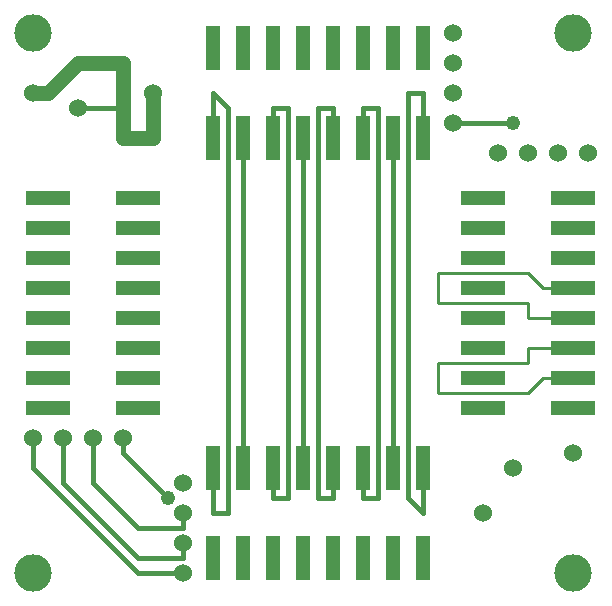
<source format=gbr>
%FSLAX23Y23*%
%MOIN*%
G04 EasyPC Gerber Version 14.0.2 Build 2922 *
%ADD75R,0.05000X0.15000*%
%ADD73C,0.01000*%
%ADD16C,0.01500*%
%ADD77C,0.04800*%
%ADD17C,0.05000*%
%ADD10C,0.06000*%
%ADD14C,0.12500*%
%ADD76R,0.15000X0.05000*%
X0Y0D02*
D02*
D10*
X158Y608D03*
Y1758D03*
X258Y608D03*
X308Y1708D03*
X358Y608D03*
X458D03*
X558Y1758D03*
X658Y158D03*
Y258D03*
Y358D03*
Y458D03*
X1558Y1658D03*
Y1758D03*
Y1858D03*
Y1958D03*
X1658Y358D03*
X1708Y1558D03*
X1758Y508D03*
X1808Y1558D03*
X1908D03*
X1958Y558D03*
X2008Y1558D03*
D02*
D14*
X158Y158D03*
Y1958D03*
X1958Y158D03*
Y1958D03*
D02*
D16*
X158Y608D02*
Y508D01*
X508Y158*
X658*
X308Y1708D02*
X458D01*
X358Y608D02*
Y458D01*
X508Y308*
X658*
Y358*
X458Y608D02*
Y558D01*
X608Y408*
X658Y258D02*
Y208D01*
X508*
X258Y458*
Y608*
X758Y1608D02*
Y1758D01*
X808Y1708*
Y358*
X758*
Y508*
X858Y1608D02*
Y508D01*
X958Y1608D02*
Y1708D01*
X1008*
Y408*
X958*
Y508*
X1058Y1608D02*
Y508D01*
X1158Y1608D02*
Y1708D01*
X1108*
Y408*
X1158*
Y508*
X1258Y1608D02*
Y1708D01*
X1308*
Y408*
X1258*
Y508*
X1358Y1608D02*
Y508D01*
X1458Y1608D02*
Y1758D01*
X1408*
Y408*
X1458Y358*
Y508*
X1758Y1658D02*
X1558D01*
D02*
D17*
X158Y1758D02*
X208D01*
X308Y1858*
X458*
Y1708*
Y1608*
X558*
Y1758*
D02*
D73*
X1958Y908D02*
X1808D01*
Y858*
X1508*
Y758*
X1808*
X1858Y808*
X1958*
Y1108D02*
X1858D01*
X1808Y1158*
X1508*
Y1058*
X1808*
Y1008*
X1958*
D02*
D75*
X758Y208D03*
Y508D03*
Y1608D03*
Y1908D03*
X858Y208D03*
Y508D03*
Y1608D03*
Y1908D03*
X958Y208D03*
Y508D03*
Y1608D03*
Y1908D03*
X1058Y208D03*
Y508D03*
Y1608D03*
Y1908D03*
X1158Y208D03*
Y508D03*
Y1608D03*
Y1908D03*
X1258Y208D03*
Y508D03*
Y1608D03*
Y1908D03*
X1358Y208D03*
Y508D03*
Y1608D03*
Y1908D03*
X1458Y208D03*
Y508D03*
Y1608D03*
Y1908D03*
D02*
D76*
X208Y708D03*
Y808D03*
Y908D03*
Y1008D03*
Y1108D03*
Y1208D03*
Y1308D03*
Y1408D03*
X508Y708D03*
Y808D03*
Y908D03*
Y1008D03*
Y1108D03*
Y1208D03*
Y1308D03*
Y1408D03*
X1658Y708D03*
Y808D03*
Y908D03*
Y1008D03*
Y1108D03*
Y1208D03*
Y1308D03*
Y1408D03*
X1958Y708D03*
Y808D03*
Y908D03*
Y1008D03*
Y1108D03*
Y1208D03*
Y1308D03*
Y1408D03*
D02*
D77*
X608Y408D03*
X1758Y1658D03*
X0Y0D02*
M02*

</source>
